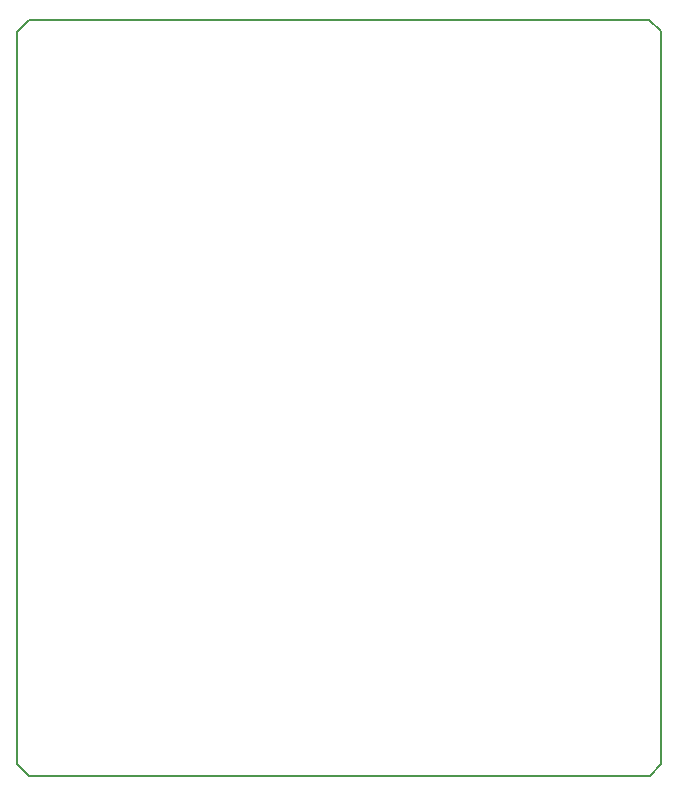
<source format=gbr>
G04 #@! TF.GenerationSoftware,KiCad,Pcbnew,(5.0.1)-4*
G04 #@! TF.CreationDate,2018-12-02T21:27:52-06:00*
G04 #@! TF.ProjectId,ExpansionUSB,457870616E73696F6E5553422E6B6963,rev?*
G04 #@! TF.SameCoordinates,Original*
G04 #@! TF.FileFunction,Profile,NP*
%FSLAX46Y46*%
G04 Gerber Fmt 4.6, Leading zero omitted, Abs format (unit mm)*
G04 Created by KiCad (PCBNEW (5.0.1)-4) date 02/12/2018 21:27:52*
%MOMM*%
%LPD*%
G01*
G04 APERTURE LIST*
%ADD10C,0.150000*%
G04 APERTURE END LIST*
D10*
X114795300Y-130352800D02*
X113792000Y-129362200D01*
X167386000Y-130327400D02*
X168300400Y-129336800D01*
X168313100Y-67233800D02*
X167335200Y-66319400D01*
X113792000Y-67310000D02*
X114769900Y-66319400D01*
X113792000Y-129362200D02*
X113792000Y-67322700D01*
X168313100Y-67259200D02*
X168300400Y-129336800D01*
X114769900Y-66319400D02*
X167335200Y-66319400D01*
X114795300Y-130352800D02*
X167373300Y-130327400D01*
M02*

</source>
